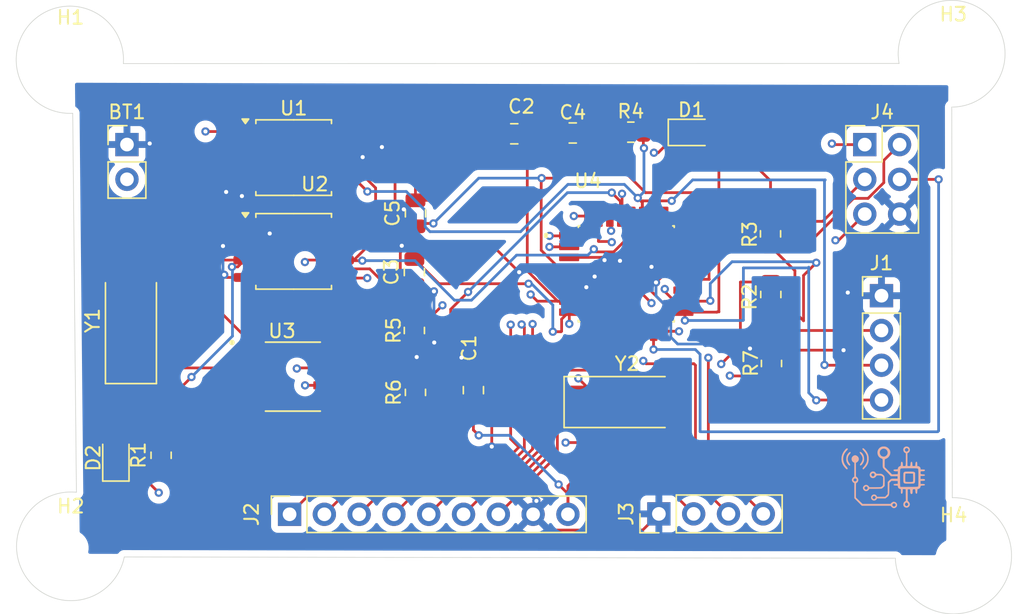
<source format=kicad_pcb>
(kicad_pcb (version 20241229) (generator "pcbnew") (generator_version "9.0")
  (title_block (title "MCU DATA LOGGER ") (date "2025-06-23") (rev "VERSION 1"))
  (layers (0 "F.Cu" signal) (4 "In1.Cu" signal) (6 "In2.Cu" signal) (2 "B.Cu" signal) (13 "F.Paste" user) (15 "B.Paste" user) (5 "F.SilkS" user "F.Silkscreen") (7 "B.SilkS" user "B.Silkscreen") (1 "F.Mask" user) (3 "B.Mask" user) (25 "Edge.Cuts" user))
  (net 0 "")
  (net 1 "/VCC")
  (net 2 "GND")
  (net 3 "Net-(U4-PB6)")
  (net 4 "Net-(U4-PB7)")
  (net 5 "Net-(U4-AREF)")
  (net 6 "/SCK")
  (net 7 "Net-(D1-K)")
  (net 8 "Net-(D2-K)")
  (net 9 "/SDA")
  (net 10 "/D6")
  (net 11 "/D8")
  (net 12 "/D3")
  (net 13 "/D7")
  (net 14 "/D2")
  (net 15 "/D5")
  (net 16 "/D4")
  (net 17 "/TX")
  (net 18 "/RX")
  (net 19 "/RESET")
  (net 20 "/MOSI")
  (net 21 "/MISO")
  (net 22 "Net-(U3-~{INTA})")
  (net 23 "Net-(U3-SQW{slash}~INT)")
  (net 24 "Net-(U3-X2)")
  (net 25 "Net-(U3-X1)")
  (footprint "LED_SMD:LED_0805_2012Metric" (layer "F.Cu") (at 110.96 74.6875 90)
    (property "Reference" "D2")
    (property "Value" "LED")
  )
  (footprint "Package_SO:SOIC-8_5.3x5.3mm_P1.27mm" (layer "F.Cu") (at 123.94 52.74)
    (property "Reference" "U1")
    (property "Value" "24LC1025")
  )
  (footprint "Library:DS1337S" (layer "F.Cu") (at 123.8831 68.742)
    (property "Reference" "U3")
    (property "Value" "DS1337S_")
  )
  (footprint "Package_SO:SOIC-8_5.3x5.3mm_P1.27mm" (layer "F.Cu") (at 123.94 59.59)
    (property "Reference" "U2")
    (property "Value" "24LC1025")
  )
  (footprint "Connector_PinHeader_2.54mm:PinHeader_1x04_P2.54mm_Vertical" (layer "F.Cu") (at 150.6 78.77 90)
    (property "Reference" "J3")
    (property "Value" "SERIAL")
  )
  (footprint "Capacitor_SMD:C_0805_2012Metric" (layer "F.Cu") (at 137.06 69.73 90)
    (property "Reference" "C1")
    (property "Value" "C")
  )
  (footprint "MountingHole:MountingHole_2.1mm" (layer "F.Cu") (at 172.11 81.91)
    (property "Reference" "H4")
    (property "Value" "MountingHole")
  )
  (footprint "Resistor_SMD:R_0805_2012Metric" (layer "F.Cu") (at 158.75 58.31 90)
    (property "Reference" "R3")
    (property "Value" "4.7K")
  )
  (footprint "Resistor_SMD:R_0805_2012Metric" (layer "F.Cu") (at 114.262 74.4866 90)
    (property "Reference" "R1")
    (property "Value" "10K")
  )
  (footprint "MountingHole:MountingHole_2.1mm" (layer "F.Cu") (at 172.09 45.32)
    (property "Reference" "H3")
    (property "Value" "MountingHole")
  )
  (footprint "MountingHole:MountingHole_2.1mm" (layer "F.Cu") (at 107.65 45.55)
    (property "Reference" "H1")
    (property "Value" "MountingHole")
  )
  (footprint "Resistor_SMD:R_0805_2012Metric" (layer "F.Cu") (at 158.77 62.74 90)
    (property "Reference" "R2")
    (property "Value" "10K")
  )
  (footprint "Connector_PinHeader_2.54mm:PinHeader_2x03_P2.54mm_Vertical" (layer "F.Cu") (at 165.63 51.79)
    (property "Reference" "J4")
    (property "Value" "ICSP")
  )
  (footprint "Resistor_SMD:R_0805_2012Metric" (layer "F.Cu") (at 148.5525 50.88)
    (property "Reference" "R4")
    (property "Value" "4.7K")
  )
  (footprint "Capacitor_SMD:C_0805_2012Metric" (layer "F.Cu") (at 140.0425 51)
    (property "Reference" "C2")
    (property "Value" "22pF")
  )
  (footprint "Capacitor_SMD:C_0805_2012Metric" (layer "F.Cu") (at 132.83 56.81 90)
    (property "Reference" "C5")
    (property "Value" "100nF")
  )
  (footprint "Capacitor_SMD:C_0805_2012Metric" (layer "F.Cu") (at 132.75 61.1 90)
    (property "Reference" "C3")
    (property "Value" "23pF")
  )
  (footprint "Resistor_SMD:R_0805_2012Metric" (layer "F.Cu") (at 158.82 67.78 90)
    (property "Reference" "R7")
    (property "Value" "330")
  )
  (footprint "ATMEGA328P-AU (1):QFP80P900X900X120-32N" (layer "F.Cu") (at 148.22 61.23)
    (property "Reference" "U4")
    (property "Value" "ATMEGA328P-AU")
  )
  (footprint "LED_SMD:LED_0805_2012Metric" (layer "F.Cu") (at 152.97 50.9)
    (property "Reference" "D1")
    (property "Value" "LED")
  )
  (footprint "Connector_PinHeader_2.54mm:PinHeader_1x02_P2.54mm_Vertical" (layer "F.Cu") (at 111.77 51.785)
    (property "Reference" "BT1")
    (property "Value" "battery")
  )
  (footprint "Resistor_SMD:R_0805_2012Metric" (layer "F.Cu") (at 132.75 65.37 90)
    (property "Reference" "R5")
    (property "Value" "330")
  )
  (footprint "Connector_PinHeader_2.54mm:PinHeader_1x04_P2.54mm_Vertical" (layer "F.Cu") (at 166.85 62.83)
    (property "Reference" "J1")
    (property "Value" "I2C")
  )
  (footprint "Capacitor_SMD:C_0805_2012Metric" (layer "F.Cu") (at 144.3125 50.94)
    (property "Reference" "C4")
    (property "Value" "0.1uF")
  )
  (footprint "Resistor_SMD:R_0805_2012Metric" (layer "F.Cu") (at 132.83 69.8925 90)
    (property "Reference" "R6")
    (property "Value" "10K")
  )
  (footprint "Crystal:Crystal_SMD_5032-2Pin_5.0x3.2mm_HandSoldering" (layer "F.Cu") (at 112.06 64.64 90)
    (property "Reference" "Y1")
    (property "Value" "37.768KHz")
  )
  (footprint "Connector_PinSocket_2.54mm:PinSocket_1x09_P2.54mm_Vertical" (layer "F.Cu") (at 123.64 78.8 90)
    (property "Reference" "J2")
    (property "Value" "GPIO")
  )
  (footprint "MountingHole:MountingHole_2.1mm" (layer "F.Cu") (at 107.67 81.26)
    (property "Reference" "H2")
    (property "Value" "MountingHole")
  )
  (footprint "Crystal:Crystal_SMD_5032-2Pin_5.0x3.2mm_HandSoldering" (layer "F.Cu") (at 148.29 70.6)
    (property "Reference" "Y2")
    (property "Value" "16MHz")
  )
  (footprint "ATMEGA FOOTPRINT:logo_solarcell" (layer "B.Cu") (at 167.005 76.7588 180)
    (property "Reference" "G***" (hide yes))
    (property "Value" "LOGO" (hide yes))
  )
  (gr_line (start 111.573865 81.9148) (end 166.82 82.01) (stroke (width 0.05)) (layer "Edge.Cuts"))
  (gr_line (start 107.81 49.5) (end 108.08 77.19) (stroke (width 0.05)) (layer "Edge.Cuts"))
  (gr_arc (start 172.018403 77.586966) (mid 175.191902 84.736912) (end 167.86 82.01) (stroke (width 0.05)) (layer "Edge.Cuts"))
  (gr_arc (start 168.135502 45.86185) (mid 174.459533 42.147945) (end 171.98 49.05) (stroke (width 0.05)) (layer "Edge.Cuts"))
  (gr_arc (start 111.573866 81.9148) (mid 104.487782 83.500561) (end 108.08 77.19) (stroke (width 0.05)) (layer "Edge.Cuts"))
  (gr_line (start 166.82 82.01) (end 167.86 82.01) (stroke (width 0.05)) (layer "Edge.Cuts"))
  (gr_line (start 111.505408 45.872805) (end 168.135502 45.861847) (stroke (width 0.05)) (layer "Edge.Cuts"))
  (gr_line (start 172.018403 77.586966) (end 171.98 49.05) (stroke (width 0.05)) (layer "Edge.Cuts"))
  (gr_arc (start 107.81 49.5) (mid 104.857139 42.795556) (end 111.505409 45.872805) (stroke (width 0.05)) (layer "Edge.Cuts"))
  (segment (start 162.089 60.42) (end 161.16 61.349) (width 0.2) (layer "F.Cu") (net 1))
  (segment (start 150.58 76.21) (end 153.14 78.77) (width 0.2) (layer "F.Cu") (net 1))
  (segment (start 144.01 60.83) (end 147.521472 60.83) (width 0.2) (layer "F.Cu") (net 1))
  (segment (start 127.5275 57.685) (end 120.3525 57.685) (width 0.2) (layer "F.Cu") (net 1))
  (segment (start 144.27 76.21) (end 150.58 76.21) (width 0.2) (layer "F.Cu") (net 1))
  (segment (start 144.77734 49.914) (end 144.1635 50.52784) (width 0.2) (layer "F.Cu") (net 1))
  (segment (start 158.75 59.2225) (end 160.53 61.0025) (width 0.2) (layer "F.Cu") (net 1))
  (segment (start 144.1635 50.52784) (end 144.1635 53.1465) (width 0.2) (layer "F.Cu") (net 1))
  (segment (start 164.8081 55.719) (end 161.3046 59.2225) (width 0.2) (layer "F.Cu") (net 1))
  (segment (start 112.6129 72.6371) (end 116.48 68.77) (width 0.2) (layer "F.Cu") (net 1))
  (segment (start 129.488943 60.869) (end 131.749 63.129057) (width 0.2) (layer "F.Cu") (net 1))
  (segment (start 120.3525 50.835) (end 117.505 50.835) (width 0.2) (layer "F.Cu") (net 1))
  (segment (start 131.749 69.724) (end 132.83 70.805) (width 0.2) (layer "F.Cu") (net 1))
  (segment (start 120.3525 60.225) (end 118.155 60.225) (width 0.2) (layer "F.Cu") (net 1))
  (segment (start 144.1635 53.1465) (end 143.76 53.55) (width 0.2) (layer "F.Cu") (net 1))
  (segment (start 151.03 62.52) (end 151.74 63.23) (width 0.2) (layer "F.Cu") (net 1))
  (segment (start 143.96 78.8) (end 143.96 76.73) (width 0.2) (layer "F.Cu") (net 1))
  (segment (start 147.64 50.88) (end 146.674 49.914) (width 0.2) (layer "F.Cu") (net 1))
  (segment (start 165.86876 55.719) (end 164.8081 55.719) (width 0.2) (layer "F.Cu") (net 1))
  (segment (start 144.01 60.83) (end 143.330057 60.83) (width 0.2) (layer "F.Cu") (net 1))
  (segment (start 117.97 60.04) (end 117.97 59.08) (width 0.2) (layer "F.Cu") (net 1))
  (segment (start 143.28 76.62) (end 143.96 77.3) (width 0.2) (layer "F.Cu") (net 1))
  (segment (start 143.76 53.55) (end 143.07 54.24) (width 0.2) (layer "F.Cu") (net 1))
  (segment (start 114.262 75.3991) (end 112.6129 73.75) (width 0.2) (layer "F.Cu") (net 1))
  (segment (start 144.27 76.42) (end 144.27 76.21) (width 0.2) (layer "F.Cu") (net 1))
  (segment (start 120.3525 53.375) (end 120.3525 52.105) (width 0.2) (layer "F.Cu") (net 1))
  (segment (start 131.34 54.22) (end 131.34 57.35) (width 0.2) (layer "F.Cu") (net 1))
  (segment (start 137.06 70.68) (end 137.06 72.64) (width 0.2) (layer "F.Cu") (net 1))
  (segment (start 158.82 65.37) (end 158.69 65.24) (width 0.2) (layer "F.Cu") (net 1))
  (segment (start 147.521472 60.83) (end 150.059999 63.368527) (width 0.2) (layer "F.Cu") (net 1))
  (segment (start 161.16 64.66) (end 160.1525 63.6525) (width 0.2) (layer "F.Cu") (net 1))
  (segment (start 146.674 49.914) (end 144.77734 49.914) (width 0.2) (layer "F.Cu") (net 1))
  (segment (start 167.019 52.941) (end 167.019 54.56876) (width 0.2) (layer "F.Cu") (net 1))
  (segment (start 152.37 63.23) (end 154.32 63.23) (width 0.2) (layer "F.Cu") (net 1))
  (segment (start 119.365 57.685) (end 120.3525 57.685) (width 0.2) (layer "F.Cu") (net 1))
  (segment (start 142.009 54.271) (end 142.04 54.24) (width 0.2) (layer "F.Cu") (net 1))
  (segment (start 161.16 61.349) (end 161.16 64.66) (width 0.2) (layer "F.Cu") (net 1))
  (segment (start 120.575 60.225) (end 120.3525 60.225) (width 0.2) (layer "F.Cu") (net 1))
  (segment (start 126.68101 60.869) (end 129.488943 60.869) (width 0.2) (layer "F.Cu") (net 1))
  (segment (start 158.69 65.24) (end 158.77 65.16) (width 0.2) (layer "F.Cu") (net 1))
  (segment (start 160.53 61.0025) (end 160.53 63.79) (width 0.2) (layer "F.Cu") (net 1))
  (segment (start 160.53 63.79) (end 160.35 63.97) (width 0.2) (layer "F.Cu") (net 1))
  (segment (start 110.96 73.75) (end 112.6129 73.75) (width 0.2) (layer "F.Cu") (net 1))
  (segment (start 143.07 54.24) (end 142.04 54.24) (width 0.2) (layer "F.Cu") (net 1))
  (segment (start 154.32 63.23) (end 154.35 63.2) (width 0.2) (layer "F.Cu") (net 1))
  (segment (start 158.77 63.6525) (end 158.77 65.16) (width 0.2) (layer "F.Cu") (net 1))
  (segment (start 126.3581 61.19191) (end 126.68101 60.869) (width 0.2) (layer "F.Cu") (net 1))
  (segment (start 143.96 76.73) (end 144.27 76.42) (width 0.2) (layer "F.Cu") (net 1))
  (segment (start 119.854184 60.723316) (end 120.3525 60.225) (width 0.2) (layer "F.Cu") (net 1))
  (segment (start 120.3525 57.685) (end 118.23 55.5625) (width 0.2) (layer "F.Cu") (net 1))
  (segment (start 126.3581 66.837) (end 126.3581 61.19191) (width 0.2) (layer "F.Cu") (net 1))
  (segment (start 119.865 53.375) (end 120.3525 53.375) (width 0.2) (layer "F.Cu") (net 1))
  (segment (start 143.96 77.3) (end 143.96 78.8) (width 0.2) (layer "F.Cu") (net 1))
  (segment (start 117.97 59.08) (end 119.365 57.685) (width 0.2) (layer "F.Cu") (net 1))
  (segment (start 161.3046 59.2225) (end 158.75 59.2225) (width 0.2) (layer "F.Cu") (net 1))
  (segment (start 131.75 57.76) (end 132.83 57.76) (width 0.2) (layer "F.Cu") (net 1))
  (segment (start 127.5275 50.835) (end 120.3525 50.835) (width 0.2) (layer "F.Cu") (net 1))
  (segment (start 133.04 57.55) (end 132.83 57.76) (width 0.2) (layer "F.Cu") (net 1))
  (segment (start 119.434246 60.723316) (end 119.854184 60.723316) (width 0.2) (layer "F.Cu") (net 1))
  (segment (start 127.5275 50.835) (end 127.955 50.835) (width 0.2) (layer "F.Cu") (net 1))
  (segment (start 126.3581 66.837) (end 126.3581 66.0081) (width 0.2) (layer "F.Cu") (net 1))
  (segment (start 117.505 50.835) (end 117.5 50.83) (width 0.2) (layer "F.Cu") (net 1))
  (segment (start 132.83 70.805) (end 136.935 70.805) (width 0.2) (layer "F.Cu") (net 1))
  (segment (start 142.009 59.508943) (end 142.009 54.271) (width 0.2) (layer "F.Cu") (net 1))
  (segment (start 136.935 70.805) (end 137.06 70.68) (width 0.2) (layer "F.Cu") (net 1))
  (segment (start 168.17 51.79) (end 167.019 52.941) (width 0.2) (layer "F.Cu") (net 1))
  (segment (start 166.85 65.37) (end 158.82 65.37) (width 0.2) (layer "F.Cu") (net 1))
  (segment (start 131.749 63.129057) (end 131.749 69.724) (width 0.2) (layer "F.Cu") (net 1))
  (segment (start 117.97 60.04) (end 118.155 60.225) (width 0.2) (layer "F.Cu") (net 1))
  (segment (start 137.06 72.64) (end 137.45 73.03) (width 0.2) (layer "F.Cu") (net 1))
  (segment (start 118.23 55.5625) (end 118.23 55.01) (width 0.2) (layer "F.Cu") (net 1))
  (segment (start 127.955 50.835) (end 131.34 54.22) (width 0.2) (layer "F.Cu") (net 1))
  (segment (start 112.6129 73.75) (end 112.6129 72.6371) (width 0.2) (layer "F.Cu") (net 1))
  (segment (start 134.14 57.55) (end 133.04 57.55) (width 0.2) (layer "F.Cu") (net 1))
  (segment (start 151.74 63.23) (end 152.37 63.23) (width 0.2) (layer "F.Cu") (net 1))
  (segment (start 151.03 62.34) (end 151.03 62.52) (width 0.2) (layer "F.Cu") (net 1))
  (segment (start 160.35 63.97) (end 160.0325 63.6525) (width 0.2) (layer "F.Cu") (net 1))
  (segment (start 131.34 57.35) (end 131.75 57.76) (width 0.2) (layer "F.Cu") (net 1))
  (segment (start 167.019 54.56876) (end 165.86876 55.719) (width 0.2) (layer "F.Cu") (net 1))
  (segment (start 118.23 55.01) (end 119.865 53.375) (width 0.2) (layer "F.Cu") (net 1))
  (segment (start 160.1525 63.6525) (end 158.77 63.6525) (width 0.2) (layer "F.Cu") (net 1))
  (segment (start 160.0325 63.6525) (end 158.77 63.6525) (width 0.2) (layer "F.Cu") (net 1))
  (segment (start 120.3525 50.835) (end 120.3525 52.105) (width 0.2) (layer "F.Cu") (net 1))
  (segment (start 143.330057 60.83) (end 142.009 59.508943) (width 0.2) (layer "F.Cu") (net 1))
  (segment (start 126.3581 66.0081) (end 120.575 60.225) (width 0.2) (layer "F.Cu") (net 1))
  (via (at 151.03 62.34) (size 0.6) (drill 0.3) (layers "F.Cu" "B.Cu") (net 1))
  (via (at 134.14 57.55) (size 0.6) (drill 0.3) (layers "F.Cu" "B.Cu") (net 1))
  (via (at 143.28 76.62) (size 0.6) (drill 0.3) (layers "F.Cu" "B.Cu") (net 1))
  (via (at 116.48 68.77) (size 0.6) (drill 0.3) (layers "F.Cu" "B.Cu") (net 1))
  (via (at 117.5 50.83) (size 0.6) (drill 0.3) (layers "F.Cu" "B.Cu") (net 1))
  (via (at 154.35 63.2) (size 0.6) (drill 0.3) (layers "F.Cu" "B.Cu") (net 1))
  (via (at 150.059999 63.368527) (size 0.6) (drill 0.3) (layers "F.Cu" "B.Cu") (net 1))
  (via (at 137.45 73.03) (size 0.6) (drill 0.3) (layers "F.Cu" "B.Cu") (net 1))
  (via (at 162.089 60.42) (size 0.6) (drill 0.3) (layers "F.Cu" "B.Cu") (net 1))
  (via (at 119.434246 60.723316) (size 0.6) (drill 0.3) (layers "F.Cu" "B.Cu") (net 1))
  (via (at 142.04 54.24) (size 0.6) (drill 0.3) (layers "F.Cu" "B.Cu") (net 1))
  (segment (start 155.941436 60.348621) (end 161.908621 60.348621) (width 0.2) (layer "B.Cu") (net 1))
  (segment (start 161.908621 60.348621) (end 162.04 60.48) (width 0.2) (layer "B.Cu") (net 1))
  (segment (start 154.35 63.2) (end 154.35 61.940057) (width 0.2) (layer "B.Cu") (net 1))
  (segment (start 154.35 61.940057) (end 155.941436 60.348621) (width 0.2) (layer "B.Cu") (net 1))
  (segment (start 139.69 73.03) (end 143.28 76.62) (width 0.2) (layer "B.Cu") (net 1))
  (segment (start 116.48 68.77) (end 119.471 65.779) (width 0.2) (layer "B.Cu") (net 1))
  (segment (start 162.04 60.469) (end 162.089 60.42) (width 0.2) (layer "B.Cu") (net 1))
  (segment (start 119.471 60.76007) (end 119.434246 60.723316) (width 0.2) (layer "B.Cu") (net 1))
  (segment (start 119.471 65.779) (end 119.471 60.76007) (width 0.2) (layer "B.Cu") (net 1))
  (segment (start 137.45 73.03) (end 139.69 73.03) (width 0.2) (layer "B.Cu") (net 1))
  (segment (start 162.04 60.48) (end 162.04 60.469) (width 0.2) (layer "B.Cu") (net 1))
  (segment (start 137.45 54.24) (end 134.14 57.55) (width 0.2) (layer "B.Cu") (net 1))
  (segment (start 142.04 54.24) (end 137.45 54.24) (width 0.2) (layer "B.Cu") (net 1))
  (segment (start 137.06 68.78) (end 138.4 70.12) (width 0.2) (layer "F.Cu") (net 2))
  (segment (start 141.66 78.56) (end 141.42 78.8) (width 0.2) (layer "F.Cu") (net 2))
  (segment (start 132.92 66.4525) (end 132.75 66.2825) (width 0.2) (layer "F.Cu") (net 2))
  (segment (start 128.126765 52.704265) (end 127.5275 52.105) (width 0.2) (layer "F.Cu") (net 2))
  (segment (start 127.5275 52.105) (end 123.09499 52.105) (width 0.2) (layer "F.Cu") (net 2))
  (segment (start 158.82 66.8675) (end 158.8775 66.81) (width 0.2) (layer "F.Cu") (net 2))
  (segment (start 113.43 51.71) (end 111.845 51.71) (width 0.2) (layer "F.Cu") (net 2))
  (segment (start 166.85 58.19) (end 168.17 56.87) (width 0.2) (layer "F.Cu") (net 2))
  (segment (start 120.48 59.599) (end 120.48 59.59) (width 0.2) (layer "F.Cu") (net 2))
  (segment (start 134.2325 55.86) (end 139.0925 51) (width 0.2) (layer "F.Cu") (net 2))
  (segment (start 144.03 61.65) (end 144.01 61.63) (width 0.2) (layer "F.Cu") (net 2))
  (segment (start 151.42 60.83) (end 150.39 61.86) (width 0.2) (layer "F.Cu") (net 2))
  (segment (start 149.419 79.951) (end 142.571 79.951) (width 0.2) (layer "F.Cu") (net 2))
  (segment (start 138.639 59.349) (end 140.4 61.11) (width 0.2) (layer "F.Cu") (net 2))
  (segment (start 146.63 60.23) (end 146.43 60.03) (width 0.2) (layer "F.Cu") (net 2))
  (segment (start 121.52 58.955) (end 120.3525 58.955) (width 0.2) (layer "F.Cu") (net 2))
  (segment (start 139.18 49.34) (end 139.0925 49.4275) (width 0.2) (layer "F.Cu") (net 2))
  (segment (start 120.3525 59.4625) (end 120.3525 58.955) (width 0.2) (layer "F.Cu") (net 2))
  (segment (start 123.09499 52.105) (end 120.55499 54.645) (width 0.2) (layer "F.Cu") (net 2))
  (segment (start 139.18 49.2) (end 139.18 49.34) (width 0.2) (layer "F.Cu") (net 2))
  (segment (start 132.17 56.52) (end 132.83 55.86) (width 0.2) (layer "F.Cu") (net 2))
  (segment (start 144.234 61.854) (end 144.01 61.63) (width 0.2) (layer "F.Cu") (net 2))
  (segment (start 120.3525 54.645) (end 119.615 54.645) (width 0.2) (layer "F.Cu") (net 2))
  (segment (start 120.16 55.55) (end 120.16 54.8375) (width 0.2) (layer "F.Cu") (net 2))
  (segment (start 118.78 59.2) (end 120.1075 59.2) (width 0.2) (layer "F.Cu") (net 2))
  (segment (start 131.724 61.024) (end 131.724 59.66484) (width 0.2) (layer "F.Cu") (net 2))
  (segment (start 146.679451 60.279451) (end 147.760001 60.279451) (width 0.2) (layer "F.Cu") (net 2))
  (segment (start 124.19 58.94) (end 123.531 59.599) (width 0.2) (layer "F.Cu") (net 2))
  (segment (start 136.19 67.91) (end 137.06 68.78) (width 0.2) (layer "F.Cu") (net 2))
  (segment (start 131.83 59.36) (end 131.83 59.18) (width 0.2) (layer "F.Cu") (net 2))
  (segment (start 120.3525 61.495) (end 119.065 61.495) (width 0.2) (layer "F.Cu") (net 2))
  (segment (start 132.03984 59.349) (end 138.639 59.349) (width 0.2) (layer "F.Cu") (net 2))
  (segment (start 145.30389 62.208472) (end 144.949418 61.854) (width 0.2) (layer "F.Cu") (net 2))
  (segment (start 124.205 58.955) (end 124.19 58.94) (width 0.2) (layer "F.Cu") (net 2))
  (segment (start 152.37 60.83) (end 151.42 60.83) (width 0.2) (layer "F.Cu") (net 2))
  (segment (start 123.17 69.8701) (end 123.17 63.83) (width 0.2) (layer "F.Cu") (net 2))
  (segment (start 120.58 63.15) (end 120.3525 62.9225) (width 0.2) (layer "F.Cu") (net 2))
  (segment (start 164.62 62.83) (end 166.85 62.83) (width 0.2) (layer "F.Cu") (net 2))
  (segment (start 122.3931 70.647) (end 123.17 69.8701) (width 0.2) (layer "F.Cu") (net 2))
  (segment (start 132.83 54.42) (end 130.38 51.97) (width 0.2) (layer "F.Cu") (net 2))
  (segment (start 158.8775 66.81) (end 164.08 66.81) (width 0.2) (layer "F.Cu") (net 2))
  (segment (start 138.4 70.12) (end 138.4 73.85) (width 0.2) (layer "F.Cu") (net 2))
  (segment (start 132.75 62.05) (end 131.724 61.024) (width 0.2) (layer "F.Cu") (net 2))
  (segment (start 141.66 77.82) (end 141.66 78.56) (width 0.2) (layer "F.Cu") (net 2))
  (segment (start 123.531 59.599) (end 120.48 59.599) (width 0.2) (layer "F.Cu") (net 2))
  (segment (start 152.37 60.83) (end 150.17 60.83) (width 0.2) (layer "F.Cu") (net 2))
  (segment (start 134.18 62.51) (end 133.21 62.51) (width 0.2) (layer "F.Cu") (net 2))
  (segment (start 120.48 59.59) (end 120.3525 59.4625) (width 0.2) (layer "F.Cu") (net 2))
  (segment (start 119.065 61.495) (end 118.87 61.3) (width 0.2) (layer "F.Cu") (net 2))
  (segment (start 136.19 67.35) (end 136.19 67.91) (width 0.2) (layer "F.Cu") (net 2))
  (segment (start 127.5275 58.955) (end 124.205 58.955) (width 0.2) (layer "F.Cu") (net 2))
  (segment (start 122.54 63.2) (end 120.58 63.2) (width 0.2) (layer "F.Cu") (net 2))
  (segment (start 120.3525 62.9225) (end 120.3525 61.495) (width 0.2) (layer "F.Cu") (net 2))
  (segment (start 133.21 62.51) (end 132.75 62.05) (width 0.2) (layer "F.Cu") (net 2))
  (segment (start 142.571 79.951) (end 141.42 78.8) (width 0.2) (layer "F.Cu") (net 2))
  (segment (start 139.0925 49.4275) (end 139.0925 51) (width 0.2) (layer "F.Cu") (net 2))
  (segment (start 131.92942 59.45942) (end 131.83 59.36) (width 0.2) (layer "F.Cu") (net 2))
  (segment (start 120.1075 59.2) (end 120.3525 58.955) (width 0.2) (layer "F.Cu") (net 2))
  (segment (start 144.21 61.43) (end 144.01 61.63) (width 0.2) (layer "F.Cu") (net 2))
  (segment (start 131.724 59.66484) (end 131.92942 59.45942) (width 0.2) (layer "F.Cu") (net 2))
  (segment (start 132.92 67.31) (end 132.92 66.4525) (width 0.2) (layer "F.Cu") (net 2))
  (segment (start 141.6225 49.2) (end 139.18 49.2) (width 0.2) (layer "F.Cu") (net 2))
  (segment (start 122.19 58.285) (end 121.52 58.955) (width 0.2) (layer "F.Cu") (net 2))
  (segment (start 111.845 51.71) (end 111.77 51.785) (width 0.2) (layer "F.Cu") (net 2))
  (segment (start 132.83 55.86) (end 132.83 54.42) (width 0.2) (layer "F.Cu") (net 2))
  (segment (start 145.91 61.43) (end 144.21 61.43) (width 0.2) (layer "F.Cu") (net 2))
  (segment (start 146.43 60.03) (end 144.01 60.03) (width 0.2) (layer "F.Cu") (net 2))
  (segment (start 134.2 66.25) (end 132.7825 66.25) (width 0.2) (layer "F.Cu") (net 2))
  (segment (start 121.4081 70.647) (end 122.3931 70.647) (width 0.2) (layer "F.Cu") (net 2))
  (segment (start 120.58 63.2) (end 120.58 63.15) (width 0.2) (layer "F.Cu") (net 2))
  (segment (start 119.615 54.645) (end 119.01 55.25) (width 0.2) (layer "F.Cu") (net 2))
  (segment (start 120.16 54.8375) (end 120.3525 54.645) (width 0.2) (layer "F.Cu") (net 2))
  (segment (start 123.17 63.83) (end 122.54 63.2) (width 0.2) (layer "F.Cu") (net 2))
  (segment (start 157.25 66.69) (end 158.6425 66.69) (width 0.2) (layer "F.Cu") (net 2))
  (segment (start 146.63 60.23) (end 146.679451 60.279451) (width 0.2) (layer "F.Cu") (net 2))
  (segment (start 150.17 60.83) (end 150.06 60.72) (width 0.2) (layer "F.Cu") (net 2))
  (segment (start 143.3625 50.94) (end 141.6225 49.2) (width 0.2) (layer "F.Cu") (net 2))
  (segment (start 132.83 55.86) (end 134.2325 55.86) (width 0.2) (layer "F.Cu") (net 2))
  (segment (start 128.975735 52.704265) (end 128.126765 52.704265) (width 0.2) (layer "F.Cu") (net 2))
  (segment (start 131.92942 59.45942) (end 132.03984 59.349) (width 0.2) (layer "F.Cu") (net 2))
  (segment (start 164.39 62.6) (end 164.62 62.83) (width 0.2) (layer "F.Cu") (net 2))
  (segment (start 144.949418 61.854) (end 144.234 61.854) (width 0.2) (layer "F.Cu") (net 2))
  (segment (start 132.7825 66.25) (end 132.75 66.2825) (width 0.2) (layer "F.Cu") (net 2))
  (segment (start 120.55499 54.645) (end 120.3525 54.645) (width 0.2) (layer "F.Cu") (net 2))
  (segment (start 131.98 56.52) (end 132.17 56.52) (width 0.2) (layer "F.Cu") (net 2))
  (segment (start 158.6425 66.69) (end 158.82 66.8675) (width 0.2) (layer "F.Cu") (net 2))
  (segment (start 150.6 78.77) (end 149.419 79.951) (width 0.2) (layer "F.Cu") (net 2))
  (segment (start 166.85 62.83) (end 166.85 58.19) (width 0.2) (layer "F.Cu") (net 2))
  (via (at 131.83 59.18) (size 0.6) (drill 0.3) (layers "F.Cu" "B.Cu") (net 2))
  (via (at 119.01 55.25) (size 0.6) (drill 0.3) (layers "F.Cu" "B.Cu") (net 2))
  (via (at 122.19 58.285) (size 0.6) (drill 0.3) (layers "F.Cu" "B.Cu") (net 2))
  (via (at 132.92 67.31) (size 0.6) (drill 0.3) (layers "F.Cu" "B.Cu") (net 2))
  (via (at 118.87 61.3) (size 0.6) (drill 0.3) (layers "F.Cu" "B.Cu") (net 2))
  (via (at 113.43 51.71) (size 0.6) (drill 0.3) (layers "F.Cu" "B.Cu") (net 2))
  (via (at 118.78 59.2) (size 0.6) (drill 0.3) (layers "F.Cu" "B.Cu") (net 2))
  (via (at 134.2 66.25) (size 0.6) (drill 0.3) (layers "F.Cu" "B.Cu") (net 2))
  (via (at 130.38 51.97) (size 0.6) (drill 0.3) (layers "F.Cu" "B.Cu") (net 2))
  (via (at 128.975735 52.704265) (size 0.6) (drill 0.3) (layers "F.Cu" "B.Cu") (net 2))
  (via (at 150.06 60.72) (size 0.6) (drill 0.3) (layers "F.Cu" "B.Cu") (net 2))
  (via (at 134.18 62.51) (size 0.6) (drill 0.3) (layers "F.Cu" "B.Cu") (net 2))
  (via (at 150.39 61.86) (size 0.6) (drill 0.3) (layers "F.Cu" "B.Cu") (net 2))
  (via (at 157.25 66.69) (size 0.6) (drill 0.3) (layers "F.Cu" "B.Cu") (net 2))
  (via (at 138.4 73.85) (size 0.6) (drill 0.3) (layers "F.Cu" "B.Cu") (net 2))
  (via (at 131.98 56.52) (size 0.6) (drill 0.3) (layers "F.Cu" "B.Cu") (net 2))
  (via (at 145.91 61.43) (size 0.6) (drill 0.3) (layers "F.Cu" "B.Cu") (net 2))
  (via (at 136.19 67.35) (size 0.6) (drill 0.3) (layers "F.Cu" "B.Cu") (net 2))
  (via (at 146.63 60.23) (size 0.6) (drill 0.3) (layers "F.Cu" "B.Cu") (net 2))
  (via (at 147.760001 60.279451) (size 0.6) (drill 0.3) (layers "F.Cu" "B.Cu") (net 2))
  (via (at 120.16 55.55) (size 0.6) (drill 0.3) (layers "F.Cu" "B.Cu") (net 2))
  (via (at 164.08 66.81) (size 0.6) (drill 0.3) (layers "F.Cu" "B.Cu") (net 2))
  (via (at 145.30389 62.208472) (size 0.6) (drill 0.3) (layers "F.Cu" "B.Cu") (net 2))
  (via (at 140.4 61.11) (size 0.6) (drill 0.3) (layers "F.Cu" "B.Cu") (net 2))
  (via (at 164.39 62.6) (size 0.6) (drill 0.3) (layers "F.Cu" "B.Cu") (net 2))
  (via (at 141.66 77.82) (size 0.6) (drill 0.3) (layers "F.Cu" "B.Cu") (net 2))
  (segment (start 151.469 63.927585) (end 151.469 65.859) (width 0.2) (layer "B.Cu") (net 2))
  (segment (start 122.19 58.285) (end 122.19 57.58) (width 0.2) (layer "B.Cu") (net 2))
  (segment (start 150.39 62.848585) (end 151.469 63.927585) (width 0.2) (layer "B.Cu") (net 2))
  (segment (start 146.609452 61.43) (end 145.91 61.43) (width 0.2) (layer "B.Cu") (net 2))
  (segment (start 164.08 62.91) (end 164.39 62.6) (width 0.2) (layer "B.Cu") (net 2))
  (segment (start 146.63 60.23) (end 145.97 60.89) (width 0.2) (layer "B.Cu") (net 2))
  (segment (start 156.919 66.359) (end 157.25 66.69) (width 0.2) (layer "B.Cu") (net 2))
  (segment (start 136.19 67.35) (end 132.96 67.35) (width 0.2) (layer "B.Cu") (net 2))
  (segment (start 138.4 73.85) (end 138.4 74.56) (width 0.2) (layer "B.Cu") (net 2))
  (segment (start 150.06 60.72) (end 148.571528 62.208472) (width 0.2) (layer "B.Cu") (net 2))
  (segment (start 134.18 62.51) (end 134.18 66.23) (width 0.2) (layer "B.Cu") (net 2))
  (segment (start 116.97 55.25) (end 113.43 51.71) (width 0.2) (layer "B.Cu") (net 2))
  (segment (start 134.18 66.23) (end 134.2 66.25) (width 0.2) (layer "B.Cu") (net 2))
  (segment (start 151.969 66.359) (end 156.919 66.359) (width 0.2) (layer "B.Cu") (net 2))
  (segment (start 145.97 60.89) (end 140.62 60.89) (width 0.2) (layer "B.Cu") (net 2))
  (segment (start 140.62 60.89) (end 140.4 61.11) (width 0.2) (layer "B.Cu") (net 2))
  (segment (start 118.78 61.21) (end 118.78 59.2) (width 0.2) (layer "B.Cu") (net 2))
  (segment (start 129.71 51.97) (end 128.975735 52.704265) (width 0.2) (layer "B.Cu") (net 2))
  (segment (start 148.571528 62.208472) (end 145.30389 62.208472) (width 0.2) (layer "B.Cu") (net 2))
  (segment (start 132.96 67.35) (end 132.92 67.31) (width 0.2) (layer "B.Cu") (net 2))
  (segment (start 119.01 55.25) (end 116.97 55.25) (width 0.2) (layer "B.Cu") (net 2))
  (segment (start 131.83 59.18) (end 131.83 56.67) (width 0.2) (layer "B.Cu") (net 2))
  (segment (start 164.08 66.81) (end 164.08 62.91) (width 0.2) (layer "B.Cu") (net 2))
  (segment (start 122.19 57.58) (end 120.16 55.55) (width 0.2) (layer "B.Cu") (net 2))
  (segment (start 131.83 56.67) (end 131.98 56.52) (width 0.2) (layer "B.Cu") (net 2))
  (segment (start 130.38 51.97) (end 129.71 51.97) (width 0.2) (layer "B.Cu") (net 2))
  (segment (start 151.469 65.859) (end 151.969 66.359) (width 0.2) (layer "B.Cu") (net 2))
  (segment (start 150.39 61.86) (end 150.39 62.848585) (width 0.2) (layer "B.Cu") (net 2))
  (segment (start 138.4 74.56) (end 141.66 77.82) (width 0.2) (layer "B.Cu") (net 2))
  (segment (start 118.87 61.3) (end 118.78 61.21) (width 0.2) (layer "B.Cu") (net 2))
  (segment (start 147.760001 60.279451) (end 146.609452 61.43) (width 0.2) (layer "B.Cu") (net 2))
  (segment (start 150.89 73.41) (end 150.9 73.42) (width 0.2) (layer "F.Cu") (net 3))
  (segment (start 150.89 70.6) (end 150.89 73.41) (width 0.2) (layer "F.Cu") (net 3))
  (segment (start 150.9 73.42) (end 150.76 73.56) (width 0.2) (layer "F.Cu") (net 3))
  (segment (start 150.76 73.56) (end 143.79 73.56) (width 0.2) (layer "F.Cu") (net 3))
  (segment (start 140.9925 61.012499) (end 140.9925 51) (width 0.2) (layer "F.Cu") (net 3))
  (segment (start 144.01 63.23) (end 143.210001 63.23) (width 0.2) (layer "F.Cu") (net 3))
  (segment (start 141.238 62.74) (end 141.728 63.23) (width 0.2) (layer "F.Cu") (net 3))
  (segment (start 141.728 63.23) (end 144.01 63.23) (width 0.2) (layer "F.Cu") (net 3))
  (segment (start 143.210001 63.23) (end 140.9925 61.012499) (width 0.2) (layer "F.Cu") (net 3))
  (via (at 143.79 73.56) (size 0.6) (drill 0.3) (layers "F.Cu" "B.Cu") (net 3))
  (via (at 141.238 62.74) (size 0.6) (drill 0.3) (layers "F.Cu" "B.Cu") (net 3))
  (segment (start 145.69 70.6) (end 145.69 69.84) (width 0.2) (layer "F.Cu") (net 4))
  (segment (start 143.5 64.54) (end 144.01 64.03) (width 0.2) (layer "F.Cu") (net 4))
  (segment (start 144.06 64.89) (end 144.06 64.08) (width 0.2) (layer "F.Cu") (net 4))
  (segment (start 145.69 69.84) (end 144.72 68.87) (width 0.2) (layer "F.Cu") (net 4))
  (segment (start 143.460797 65.459203) (end 143.5 65.42) (width 0.2) (layer "F.Cu") (net 4))
  (segment (start 143.5 65.42) (end 143.5 64.54) (width 0.2) (layer "F.Cu") (net 4))
  (segment (start 144.06 64.08) (end 144.01 64.03) (width 0.2) (layer "F.Cu") (net 4))
  (segment (start 142.857468 65.459203) (end 143.460797 65.459203) (width 0.2) (layer "F.Cu") (net 4))
  (segment (start 132.75 60.15) (end 134.554565 61.954565) (width 0.2) (layer "F.Cu") (net 4))
  (segment (start 134.554565 61.954565) (end 141.086037 61.954565) (width 0.2) (layer "F.Cu") (net 4))
  (segment (start 144.01 64.23) (end 144.01 64.03) (width 0.2) (layer "F.Cu") (net 4))
  (via (at 144.06 64.89) (size 0.6) (drill 0.3) (layers "F.Cu" "B.Cu") (net 4))
  (via (at 142.857468 65.459203) (size 0.6) (drill 0.3) (layers "F.Cu" "B.Cu") (net 4))
  (via (at 141.086037 61.954565) (size 0.6) (drill 0.3) (layers "F.Cu" "B.Cu") (net 4))
  (via (at 144.72 68.87) (size 0.6) (drill 0.3) (layers "F.Cu" "B.Cu") (net 4))
  (segment (start 141.086037 61.954565) (end 141.302508 61.954565) (width 0.2) (layer "B.Cu") (net 4))
  (segment (start 142.857468 63.509525) (end 142.857468 65.459203) (width 0.2) (layer "B.Cu") (net 4))
  (segment (start 141.302508 61.954565) (end 142.857468 63.509525) (width 0.2) (layer "B.Cu") (net 4))
  (segment (start 154.26 61.61) (end 154.28 61.63) (width 0.2) (layer "F.Cu") (net 5))
  (segment (start 149.6225 55.3) (end 154.26 55.3) (width 0.2) (layer "F.Cu") (net 5))
  (segment (start 154.28 61.63) (end 152.37 61.63) (width 0.2) (layer "F.Cu") (net 5))
  (segment (start 154.26 55.3) (end 154.26 61.61) (width 0.2) (layer "F.Cu") (net 5))
  (segment (start 145.2625 50.94) (end 149.6225 55.3) (width 0.2) (layer "F.Cu") (net 5))
  (segment (start 155.07 50.76) (end 154.93 50.9) (width 0.2) (layer "F.Cu") (net 6))
  (segment (start 126.3581 69.377) (end 124.773 69.377) (width 0.2) (layer "F.Cu") (net 6))
  (segment (start 128.95 60.269) (end 127.5715 60.269) (width 0.2) (layer "F.Cu") (net 6))
  (segment (start 154.86 64.01) (end 154.84 64.03) (width 0.2) (layer "F.Cu") (net 6))
  (segment (start 153.9075 50.9) (end 154.98 51.9725) (width 0.2) (layer "F.Cu") (net 6))
  (segment (start 148.59 57.05) (end 148.59 58.339943) (width 0.2) (layer "F.Cu") (net 6))
  (segment (start 154.93 50.9) (end 153.9075 50.9) (width 0.2) (layer "F.Cu") (net 6))
  (segment (start 127.5715 60.269) (end 127.5275 60.225) (width 0.2) (layer "F.Cu") (net 6))
  (segment (start 124.773 69.377) (end 124.77 69.38) (width 0.2) (layer "F.Cu") (net 6))
  (segment (start 162.5625 57.3975) (end 165.63 54.33) (width 0.2) (layer "F.Cu") (net 6))
  (segment (start 124.76 60.37) (end 124.905 60.225) (width 0.2) (layer "F.Cu") (net 6))
  (segment (start 148.59 58.339943) (end 147.300943 59.629) (width 0.2) (layer "F.Cu") (net 6))
  (segment (start 162.11 70.45) (end 162.09 70.47) (width 0.2) (layer "F.Cu") (net 6))
  (segment (start 127.5275 60.225) (end 128.339999 60.225) (width 0.2) (layer "F.Cu") (net 6))
  (segment (start 154.84 64.03) (end 152.37 64.03) (width 0.2) (layer "F.Cu") (net 6))
  (segment (start 152.5 64.16) (end 152.37 64.03) (width 0.2) (layer "F.Cu") (net 6))
  (segment (start 154.98 51.9725) (end 154.98 64.01) (width 0.2) (layer "F.Cu") (net 6))
  (segment (start 158.75 57.3975) (end 162.5625 57.3975) (width 0.2) (layer "F.Cu") (net 6))
  (segment (start 128.339999 53.375) (end 129.92 54.955001) (width 0.2) (layer "F.Cu") (net 6))
  (segment (start 148.59 57.05) (end 148.59 61.05) (width 0.2) (layer "F.Cu") (net 6))
  (segment (start 147.300943 59.629) (end 146.049 59.629) (width 0.2) (layer "F.Cu") (net 6))
  (segment (start 158.75 54.44) (end 155.07 50.76) (width 0.2) (layer "F.Cu") (net 6))
  (segment (start 166.85 70.45) (end 162.11 70.45) (width 0.2) (layer "F.Cu") (net 6))
  (segment (start 158.75 57.3975) (end 158.75 54.44) (width 0.2) (layer "F.Cu") (net 6))
  (segment (start 146.049 59.629) (end 145.85 59.43) (width 0.2) (layer "F.Cu") (net 6))
  (segment (start 127.5275 53.375) (end 128.339999 53.375) (width 0.2) (layer "F.Cu") (net 6))
  (segment (start 128.339999 60.225) (end 129.92 58.644999) (width 0.2) (layer "F.Cu") (net 6))
  (segment (start 148.59 61.05) (end 151.570001 64.03) (width 0.2) (layer "F.Cu") (net 6))
  (segment (start 124.905 60.225) (end 127.5275 60.225) (width 0.2) (layer "F.Cu") (net 6))
  (segment (start 151.570001 64.03) (end 152.37 64.03) (width 0.2) (layer "F.Cu") (net 6))
  (segment (start 129.92 54.955001) (end 129.92 58.644999) (width 0.2) (layer "F.Cu") (net 6))
  (segment (start 152.5 64.64) (end 152.5 64.16) (width 0.2) (layer "F.Cu") (net 6))
  (segment (start 154.98 64.01) (end 154.86 64.01) (width 0.2) (layer "F.Cu") (net 6))
  (via (at 128.95 60.269) (size 0.6) (drill 0.3) (layers "F.Cu" "B.Cu") (net 6))
  (via (at 162.09 70.47) (size 0.6) (drill 0.3) (layers "F.Cu" "B.Cu") (net 6))
  (via (at 145.85 59.43) (size 0.6) (drill 0.3) (layers "F.Cu" "B.Cu") (net 6))
  (via (at 124.76 60.37) (size 0.6) (drill 0.3) (layers "F.Cu" "B.Cu") (net 6))
  (via (at 124.77 69.38) (size 0.6) (drill 0.3) (layers "F.Cu" "B.Cu") (net 6))
  (via (at 152.5 64.64) (size 0.6) (drill 0.3) (layers "F.Cu" "B.Cu") (net 6))
  (segment (start 161.54 60.75) (end 161.49 60.8) (width 0.2) (layer "B.Cu") (net 6))
  (segment (start 161.54 69.92) (end 161.54 60.75) (width 0.2) (layer "B.Cu") (net 6))
  (segment (start 156.77 60.8) (end 156.77 64.61) (width 0.2) (layer "B.Cu") (net 6))
  (segment (start 136.918943 63.155565) (end 135.675508 63.155565) (width 0.2) (layer "B.Cu") (net 6))
  (segment (start 140.213508 59.861) (end 136.918943 63.155565) (width 0.2) (layer "B.Cu") (net 6))
  (segment (start 145.419 59.861) (end 140.213508 59.861) (width 0.2) (layer "B.Cu") (net 6))
  (segment (start 135.675508 63.155565) (end 132.788943 60.269) (width 0.2) (layer "B.Cu") (net 6))
  (segment (start 156.77 64.61) (end 156.74 64.64) (width 0.2) (layer "B.Cu") (net 6))
  (segment (start 162.09 70.47) (end 161.54 69.92) (width 0.2) (layer "B.Cu") (net 6))
  (segment (start 132.788943 60.269) (end 128.95 60.269) (width 0.2) (layer "B.Cu") (net 6))
  (segment (start 145.85 59.43) (end 145.419 59.861) (width 0.2) (layer "B.Cu") (net 6))
  (segment (start 156.74 64.64) (end 152.5 64.64) (width 0.2) (layer "B.Cu") (net 6))
  (segment (start 161.49 60.8) (end 156.77 60.8) (width 0.2) (layer "B.Cu") (net 6))
  (segment (start 133.8725 64.4575) (end 132.75 64.4575) (width 0.2) (layer "F.Cu") (net 7))
  (segment (start 150.55065 52.38185) (end 150.237928 52.38185) (width 0.2) (layer "F.Cu") (net 7))
  (segment (start 152.0325 50.9) (end 150.55065 52.38185) (width 0.2) (layer "F.Cu") (net 7))
  (segment (start 134.8 63.53) (end 133.8725 64.4575) (width 0.2) (layer "F.Cu") (net 7))
  (via (at 134.8 63.53) (size 0.6) (drill 0.3) (layers "F.Cu" "B.Cu") (net 7))
  (via (at 150.237928 52.38185) (size 0.6) (drill 0.3) (layers "F.Cu" "B.Cu") (net 7))
  (segment (start 112.495 75.625) (end 110.96 75.625) (width 0.2) (layer "F.Cu") (net 8))
  (segment (start 158.82 68.6925) (end 155.8025 68.6925) (width 0.2) (layer "F.Cu") (net 8))
  (segment (start 155.8025 68.6925) (end 155.78 68.67) (width 0.2) (layer "F.Cu") (net 8))
  (segment (start 114.09 77.22) (end 112.495 75.625) (width 0.2) (layer "F.Cu") (net 8))
  (via (at 114.09 77.22) (size 0.6) (drill 0.3) (layers "F.Cu" "B.Cu") (net 8))
  (via (at 155.78 68.67) (size 0.6) (drill 0.3) (layers "F.Cu" "B.Cu") (net 8))
  (segment (start 151.536382 55.9) (end 149.412308 55.9) (width 0.2) (layer "F.Cu") (net 9))
  (segment (start 149.412308 55.9) (end 149.39 55.922308) (width 0.2) (layer "F.Cu") (net 9))
  (segment (start 149.39 57.669338) (end 149.39 57.05) (width 0.2) (layer "F.Cu") (net 9))
  (segment (start 166.85 67.91) (end 162.709 67.91) (width 0.2) (layer "F.Cu") (net 9))
  (segment (start 129.31 61.54) (end 127.5725 61.54) (width 0.2) (layer "F.Cu") (net 9))
  (segment (start 127.5725 61.54) (end 127.5275 61.495) (width 0.2) (layer "F.Cu") (net 9))
  (segment (start 127.5275 54.645) (end 128.748235 54.645) (width 0.2) (layer "F.Cu") (net 9))
  (segment (start 126.3581 70.647) (end 126.4751 70.53) (width 0.2) (layer "F.Cu") (net 9))
  (segment (start 149.39 56.02) (end 149.39 57.05) (width 0.2) (layer "F.Cu") (net 9))
  (segment (start 128.748235 54.645) (end 129.32 55.216765) (width 0.2) (layer "F.Cu") (net 9))
  (segment (start 149.465 52.005) (end 149.51 52.05) (width 0.2) (layer "F.Cu") (net 9))
  (segment (start 149.39 55.922308) (end 149.39 57.05) (width 0.2) (layer "F.Cu") (net 9))
  (segment (start 149.217692 56.877692) (end 149.39 57.05) (width 0.2) (layer "F.Cu") (net 9))
  (segment (start 128.12 70.53) (end 128.12 62.0875) (width 0.2) (layer "F.Cu") (net 9))
  (segment (start 162.709 67.91) (end 162.689 67.89) (width 0.2) (layer "F.Cu") (net 9))
  (segment (start 128.12 62.0875) (end 127.5275 61.495) (width 0.2) (layer "F.Cu") (net 9))
  (segment (start 149.465 50.88) (end 149.465 52.005) (width 0.2) (layer "F.Cu") (net 9))
  (segment (start 126.4751 70.53) (end 128.12 70.53) (width 0.2) (layer "F.Cu") (net 9))
  (segment (start 127.5275 54.645) (end 127.5275 54.8075) (width 0.2) (layer "F.Cu") (net 9))
  (segment (start 149.06 55.69) (end 149.39 56.02) (width 0.2) (layer "F.Cu") (net 9))
  (via (at 129.31 61.54) (size 0.6) (drill 0.3) (layers "F.Cu" "B.Cu") (net 9))
  (via (at 149.51 52.05) (size 0.6) (drill 0.3) (layers "F.Cu" "B.Cu") (net 9))
  (via (at 162.689 67.89) (size 0.6) (drill 0.3) (layers "F.Cu" "B.Cu") (net 9))
  (via (at 149.06 55.69) (size 0.6) (drill 0.3) (layers "F.Cu" "B.Cu") (net 9))
  (via (at 151.536382 55.9) (size 0.6) (drill 0.3) (layers "F.Cu" "B.Cu") (net 9))
  (via (at 129.32 55.216765) (size 0.6) (drill 0.3) (layers "F.Cu" "B.Cu") (net 9))
  (segment (start 153.066382 54.37) (end 151.536382 55.9) (width 0.2) (layer "B.Cu") (net 9))
  (segment (start 162.689 67.89) (end 162.689 54.421) (width 0.2) (layer "B.Cu") (net 9))
  (segment (start 133.539 56.596943) (end 133.539 57.798943) (width 0.2) (layer "B.Cu") (net 9))
  (segment (start 148.078943 54.699) (end 149.06 55.680057) (width 0.2) (layer "B.Cu") (net 9))
  (segment (start 133.891057 58.151) (end 140.506465 58.151) (width 0.2) (layer "B.Cu") (net 9))
  (segment (start 149.06 55.680057) (end 149.06 55.69) (width 0.2) (layer "B.Cu") (net 9))
  (segment (start 140.506465 58.151) (end 143.958465 54.699) (width 0.2) (layer "B.Cu") (net 9))
  (segment (start 129.32 55.216765) (end 132.158822 55.216765) (width 0.2) (layer "B.Cu") (net 9))
  (segment (start 149.51 52.05) (end 149.51 55.24) (width 0.2) (layer "B.Cu") (net 9))
  (segment (start 162.74 54.37) (end 153.066382 54.37) (width 0.2) (layer "B.Cu") (net 9))
  (segment (start 149.51 55.24) (end 149.06 55.69) (width 0.2) (layer "B.Cu") (net 9))
  (segment (start 143.958465 54.699) (end 148.078943 54.699) (width 0.2) (layer "B.Cu") (net 9))
  (segment (start 133.539 57.798943) (end 133.891057 58.151) (width 0.2) (layer "B.Cu") (net 9))
  (segment (start 132.158822 55.216765) (end 133.539 56.596943) (width 0.2) (layer "B.Cu") (net 9))
  (segment (start 162.689 54.421) (end 162.74 54.37) (width 0.2) (layer "B.Cu") (net 9))
  (segment (start 140.21035 76.33545) (end 142.30545 74.24035) (width 0.2) (layer "F.Cu") (net 10))
  (segment (start 133.8 78.8) (end 136.26455 76.33545) (width 0.2) (layer "F.Cu") (net 10))
  (segment (start 142.30545 68.02035) (end 142.8578 67.468) (width 0.2) (layer "F.Cu") (net 10))
  (segment (start 142.30545 74.24035) (end 142.30545 68.02035) (width 0.2) (layer "F.Cu") (net 10))
  (segment (start 146.19 67.458) (end 146.19 65.41) (width 0.2) (layer "F.Cu") (net 10))
  (segment (start 142.8578 67.468) (end 146.2 67.468) (width 0.2) (layer "F.Cu") (net 10))
  (segment (start 146.2 67.468) (end 146.19 67.458) (width 0.2) (layer "F.Cu") (net 10))
  (segment (start 136.26455 76.33545) (end 140.21035 76.33545) (width 0.2) (layer "F.Cu") (net 10))
  (segment (start 147.79 68.25) (end 147.79 65.41) (width 0.2) (layer "F.Cu") (net 11))
  (segment (start 147.81 68.27) (end 147.79 68.25) (width 0.2) (layer "F.Cu") (net 11))
  (segment (start 138.88 78.8) (end 143.19 74.49) (width 0.2) (layer "F.Cu") (net 11))
  (segment (start 143.19 68.27) (end 147.81 68.27) (width 0.2) (layer "F.Cu") (net 11))
  (segment (start 143.19 74.49) (end 143.19 68.27) (width 0.2) (layer "F.Cu") (net 11))
  (segment (start 143.979898 58.460102) (end 144.01 58.43) (width 0.2) (layer "F.Cu") (net 12))
  (segment (start 129.86275 75.11725) (end 139.72725 75.11725) (width 0.2) (layer "F.Cu") (net 12))
  (segment (start 126.18 78.8) (end 129.86275 75.11725) (width 0.2) (layer "F.Cu") (net 12))
  (segment (start 140.779 65.127546) (end 140.580526 64.929072) (width 0.2) (layer "F.Cu") (net 12))
  (segment (start 140.779 74.0655) (end 140.779 65.127546) (width 0.2) (layer "F.Cu") (net 12))
  (segment (start 142.622902 58.460102) (end 143.979898 58.460102) (width 0.2) (layer "F.Cu") (net 12))
  (segment (start 139.72725 75.11725) (end 140.779 74.0655) (width 0.2) (layer "F.Cu") (net 12))
  (via (at 142.622902 58.460102) (size 0.6) (drill 0.3) (layers "F.Cu" "B.Cu") (net 12))
  (via (at 140.580526 64.929072) (size 0.6) (drill 0.3) (layers "F.Cu" "B.Cu") (net 12))
  (segment (start 136.34 78.8) (end 138.40355 76.73645) (width 0.2) (layer "F.Cu") (net 13))
  (segment (start 140.37645 76.73645) (end 142.70645 74.40645) (width 0.2) (layer "F.Cu") (net 13))
  (segment (start 138.40355 76.73645) (end 140.37645 76.73645) (width 0.2) (layer "F.Cu") (net 13))
  (segment (start 142.70645 74.40645) (end 142.70645 68.18645) (width 0.2) (layer "F.Cu") (net 13))
  (segment (start 143.0239 67.869) (end 146.97 67.869) (width 0.2) (layer "F.Cu") (net 13))
  (segment (start 146.97 67.869) (end 146.99 67.849) (width 0.2) (layer "F.Cu") (net 13))
  (segment (start 146.99 67.849) (end 146.99 65.41) (width 0.2) (layer "F.Cu") (net 13))
  (segment (start 142.70645 68.18645) (end 143.0239 67.869) (width 0.2) (layer "F.Cu") (net 13))
  (segment (start 140.378 73.8994) (end 139.780656 73.302056) (width 0.2) (layer "F.Cu") (net 14))
  (segment (start 139.56115 74.71625) (end 140.378 73.8994) (width 0.2) (layer "F.Cu") (net 14))
  (segment (start 127.72375 74.71625) (end 132.54 74.71625) (width 0.2) (layer "F.Cu") (net 14))
  (segment (start 145.35 57.01) (end 145.39 57.05) (width 0.2) (layer "F.Cu") (net 14))
  (segment (start 144.39 57.01) (end 145.35 57.01) (width 0.2) (layer "F.Cu") (net 14))
  (segment (start 132.54 74.71625) (end 139.56115 74.71625) (width 0.2) (layer "F.Cu") (net 14))
  (segment (start 123.64 78.8) (end 127.72375 74.71625) (width 0.2) (layer "F.Cu") (net 14))
  (segment (start 139.780656 73.302056) (end 139.780656 64.943627) (width 0.2) (layer "F.Cu") (net 14))
  (via (at 139.780656 64.943627) (size 0.6) (drill 0.3) (layers "F.Cu" "B.Cu") (net 14))
  (via (at 144.39 57.01) (size 0.6) (drill 0.3) (layers "F.Cu" "B.Cu") (net 14))
  (segment (start 134.12555 75.93445) (end 140.04425 75.93445) (width 0.2) (layer "F.Cu") (net 15))
  (segment (start 145.41 66.96) (end 145.39 66.94) (width 0.2) (layer "F.Cu") (net 15))
  (segment (start 140.04425 75.93445) (end 141.90445 74.07425) (width 0.2) (layer "F.Cu") (net 15))
  (segment (start 142.6917 67.067) (end 145.41 67.067) (width 0.2) (layer "F.Cu") (net 15))
  (segment (start 145.41 67.067) (end 145.41 66.96) (width 0.2) (layer "F.Cu") (net 15))
  (segment (start 131.26 78.8) (end 134.12555 75.93445) (width 0.2) (layer "F.Cu") (net 15))
  (segment (start 145.39 66.94) (end 145.39 65.41) (width 0.2) (layer "F.Cu") (net 15))
  (segment (start 141.90445 67.85425) (end 142.6917 67.067) (width 0.2) (layer "F.Cu") (net 15))
  (segment (start 141.90445 74.07425) (end 141.90445 67.85425) (width 0.2) (layer "F.Cu") (net 15))
  (segment (start 142.61 59.26) (end 143.98 59.26) (width 0.2) (layer "F.Cu") (net 16))
  (segment (start 141.38 74.0316) (end 141.38 64.9) (width 0.2) (layer "F.Cu") (net 16))
  (segment (start 143.98 59.26) (end 144.01 59.23) (width 0.2) (layer "F.Cu") (net 16))
  (segment (start 131.9942 75.5258) (end 139.8858 75.5258) (width 0.2) (layer "F.Cu") (net 16))
  (segment (start 139.8858 75.5258) (end 141.38 74.0316) (width 0.2) (layer "F.Cu") (net 16))
  (segment (start 128.72 78.8) (end 131.9942 75.5258) (width 0.2) (layer "F.Cu") (net 16))
  (via (at 141.38 64.9) (size 0.6) (drill 0.3) (layers "F.Cu" "B.Cu") (net 16))
  (via (at 142.61 59.26) (size 0.6) (drill 0.3) (layers "F.Cu" "B.Cu") (net 16))
  (segment (start 147.16 58.92) (end 147.11 58.87) (width 0.2) (layer "F.Cu") (net 17))
  (segment (start 154.19 67.38) (end 154.21 67.36) (width 0.2) (layer "F.Cu") (net 17))
  (segment (start 146.21 58.87) (end 146.19 58.85) (width 0.2) (layer "F.Cu") (net 17))
  (segment (start 146.19 58.85) (end 146.19 57.05) (width 0.2) (layer "F.Cu") (net 17))
  (segment (start 154.19 67.58) (end 154.19 67.38) (width 0.2) (layer "F.Cu") (net 17))
  (segment (start 154.21 74.76) (end 154.21 67.6) (width 0.2) (layer "F.Cu") (net 17))
  (segment (start 154.21 67.6) (end 154.19 67.58) (width 0.2) (layer "F.Cu") (net 17))
  (segment (start 158.22 78.77) (end 154.21 74.76) (width 0.2) (layer "F.Cu") (net 17))
  (segment (start 147.11 58.87) (end 146.21 58.87) (width 0.2) (layer "F.Cu") (net 17))
  (via (at 154.21 67.36) (size 0.6) (drill 0.3) (layers "F.Cu" "B.Cu") (net 17))
  (via (at 147.16 58.92) (size 0.6) (drill 0.3) (layers "F.Cu" "B.Cu") (net 17))
  (segment (start 153.27 67.91) (end 153.16 67.8) (width 0.2) (layer "F.Cu") (net 18))
  (segment (start 155.68 78.77) (end 153.27 76.36) (width 0.2) (layer "F.Cu") (net 18))
  (segment (start 149.67 67.8) (end 149.46 67.59) (width 0.2) (layer "F.Cu") (net 18))
  (segment (start 147.13 57.19) (end 146.99 57.05) (width 0.2) (layer "F.Cu") (net 18))
  (segment (start 147.11 57.17) (end 146.99 57.05) (width 0.2) (layer "F.Cu") (net 18))
  (segment (start 147.11 58.09) (end 147.11 57.17) (width 0.2) (layer "F.Cu") (net 18))
  (segment (start 153.27 76.36) (end 153.27 67.91) (width 0.2) (layer "F.Cu") (net 18))
  (segment (start 153.16 67.8) (end 149.67 67.8) (width 0.2) (layer "F.Cu") (net 18))
  (via (at 147.11 58.09) (size 0.6) (drill 0.3) (layers "F.Cu" "B.Cu") (net 18))
  (via (at 149.46 67.59) (size 0.6) (drill 0.3) (layers "F.Cu" "B.Cu") (net 18))
  (segment (start 135.38 68.98) (end 135.41 68.95) (width 0.2) (layer "F.Cu") (net 19))
  (segment (start 147.79 55.93) (end 147.79 57.05) (width 0.2) (layer "F.Cu") (net 19))
  (segment (start 147.91 55.38) (end 147.91 56.93) (width 0.2) (layer "F.Cu") (net 19))
  (segment (start 147.16 55.3) (end 147.79 55.93) (width 0.2) (layer "F.Cu") (net 19))
  (segment (start 163.72 58.78) (end 163.49 58.78) (width 0.2) (layer "F.Cu") (net 19))
  (segment (start 135.41 68.95) (end 135.401 68.941) (width 0.2) (layer "F.Cu") (net 19))
  (segment (start 135.401 63.823565) (end 136.67 62.554565) (width 0.2) (layer "F.Cu") (net 19))
  (segment (start 135.401 68.941) (end 135.401 63.823565) (width 0.2) (layer "F.Cu") (net 19))
  (segment (start 147.91 56.93) (end 147.79 57.05) (width 0.2) (layer "F.Cu") (net 19))
  (segment (start 132.83 68.98) (end 135.38 68.98) (width 0.2) (layer "F.Cu") (net 19))
  (segment (start 165.63 56.87) (end 163.72 58.78) (width 0.2) (layer "F.Cu") (net 19))
  (via (at 147.91 55.38) (size 0.6) (drill 0.3) (layers "F.Cu" "B.Cu") (net 19))
  (via (at 136.67 62.554565) (size 0.6) (drill 0.3) (layers "F.Cu" "B.Cu") (net 19))
  (via (at 163.49 58.78) (size 0.6) (drill 0.3) (layers "F.Cu" "B.Cu") (net 19))
  (via (at 147.16 55.3) (size 0.6) (drill 0.3) (layers "F.Cu" "B.Cu") (net 19))
  (segment (start 136.67 62.554565) (end 143.924565 55.3) (width 0.2) (layer "B.Cu") (net 19))
  (segment (start 143.924565 55.3) (end 147.16 55.3) (width 0.2) (layer "B.Cu") (net 19))
  (segment (start 150.21 66.76) (end 150.21 65.43) (width 0.2) (layer "F.Cu") (net 20))
  (segment (start 150.21 65.43) (end 150.19 65.41) (width 0.2) (layer "F.Cu") (net 20))
  (segment (start 168.17 54.33) (end 171.02 54.33) (width 0.2) (layer "F.Cu") (net 20))
  (via (at 171.02 54.33) (size 0.6) (drill 0.3) (layers "F.Cu" "B.Cu") (net 20))
  (via (at 150.21 66.76) (size 0.6) (drill 0.3) (layers "F.Cu" "B.Cu") (net 20))
  (segment (start 153.609 67.111057) (end 153.257943 66.76) (width 0.2) (layer "B.Cu") (net 20))
  (segment (start 170.95 72.77) (end 153.63 72.77) (width 0.2) (layer "B.Cu") (net 20))
  (segment (start 153.609 72.749) (end 153.609 67.111057) (width 0.2) (layer "B.Cu") (net 20))
  (segment (start 171.02 54.33) (end 171.02 72.7) (width 0.2) (layer "B.Cu") (net 20))
  (segment (start 153.257943 66.76) (end 150.21 66.76) (width 0.2) (layer "B.Cu") (net 20))
  (segment (start 171.02 72.7) (end 170.95 72.77) (width 0.2) (layer "B.Cu") (net 20))
  (segment (start 153.63 72.77) (end 153.609 72.749) (width 0.2) (layer "B.Cu") (net 20))
  (segment (start 163.3 51.79) (end 163.23 51.72) (width 0.2) (layer "F.Cu") (net 21))
  (segment (start 165.63 51.79) (end 163.3 51.79) (width 0.2) (layer "F.Cu") (net 21))
  (segment (start 151.01 65.43) (end 150.99 65.41) (width 0.2) (layer "F.Cu") (net 21))
  (segment (start 152.07 65.43) (end 151.01 65.43) (width 0.2) (layer "F.Cu") (net 21))
  (via (at 163.23 51.72) (size 0.6) (drill 0.3) (layers "F.Cu" "B.Cu") (net 21))
  (via (at 152.07 65.43) (size 0.6) (drill 0.3) (layers "F.Cu" "B.Cu") (net 21))
  (segment (start 121.4081 69.377) (end 118.4591 69.377) (width 0.2) (layer "F.Cu") (net 22))
  (segment (start 118.4591 69.377) (end 114.262 73.5741) (width 0.2) (layer "F.Cu") (net 22))
  (segment (start 156.55 61.84) (end 156.55 66.42) (width 0.2) (layer "F.Cu") (net 23))
  (segment (start 124.213 68.107) (end 126.3581 68.107) (width 0.2) (layer "F.Cu") (net 23))
  (segment (start 124.17 68.15) (end 124.213 68.107) (width 0.2) (layer "F.Cu") (net 23))
  (segment (start 156.55 66.42) (end 155.15 67.82) (width 0.2) (layer "F.Cu") (net 23))
  (segment (start 156.5625 61.8275) (end 156.55 61.84) (width 0.2) (layer "F.Cu") (net 23))
  (segment (start 158.77 61.8275) (end 156.5625 61.8275) (width 0.2) (layer "F.Cu") (net 23))
  (via (at 124.17 68.15) (size 0.6) (drill 0.3) (layers "F.Cu" "B.Cu") (net 23))
  (via (at 155.15 67.82) (size 0.6) (drill 0.3) (layers "F.Cu" "B.Cu") (net 23))
  (segment (start 112.06 67.24) (end 112.927 68.107) (width 0.2) (layer "F.Cu") (net 24))
  (segment (start 112.927 68.107) (end 121.4081 68.107) (width 0.2) (layer "F.Cu") (net 24))
  (segment (start 116.6111 62.04) (end 121.4081 66.837) (width 0.2) (layer "F.Cu") (net 25))
  (segment (start 112.06 62.04) (end 116.6111 62.04) (width 0.2) (layer "F.Cu") (net 25))
  (zone (net 2) (net_name "GND") (layer "B.Cu") (priority 1) (connect_pads (clearance 0.5)) (min_thickness 0.25) (fill yes (thermal_gap 0.5) (thermal_bridge_width 0.5))
    (polygon (pts (xy 107.9754 47.2694) (xy 171.7294 47.4472) (xy 171.577 81.788) (xy 108.331 81.6864)))
  )
)
</source>
